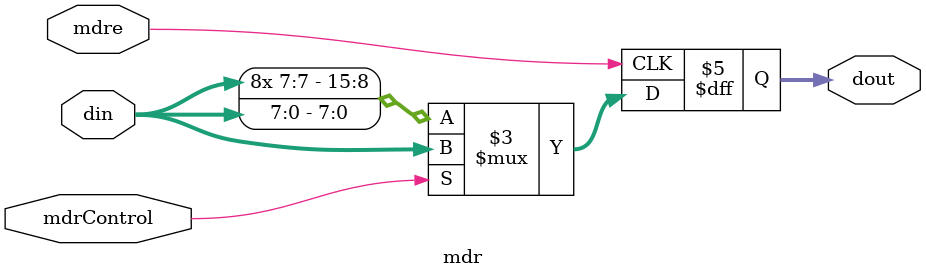
<source format=v>
module mdr(mdre, mdrControl, din, dout);

input mdre;
input mdrControl;
input signed [15:0]din;
output reg signed [15:0]dout;

always @(posedge mdre)begin
	
	if(mdrControl)begin
		dout=din;
	end
	
	else begin
		dout = {{8{din[7]}}, {din[7:0]}};
	end
end

endmodule

</source>
